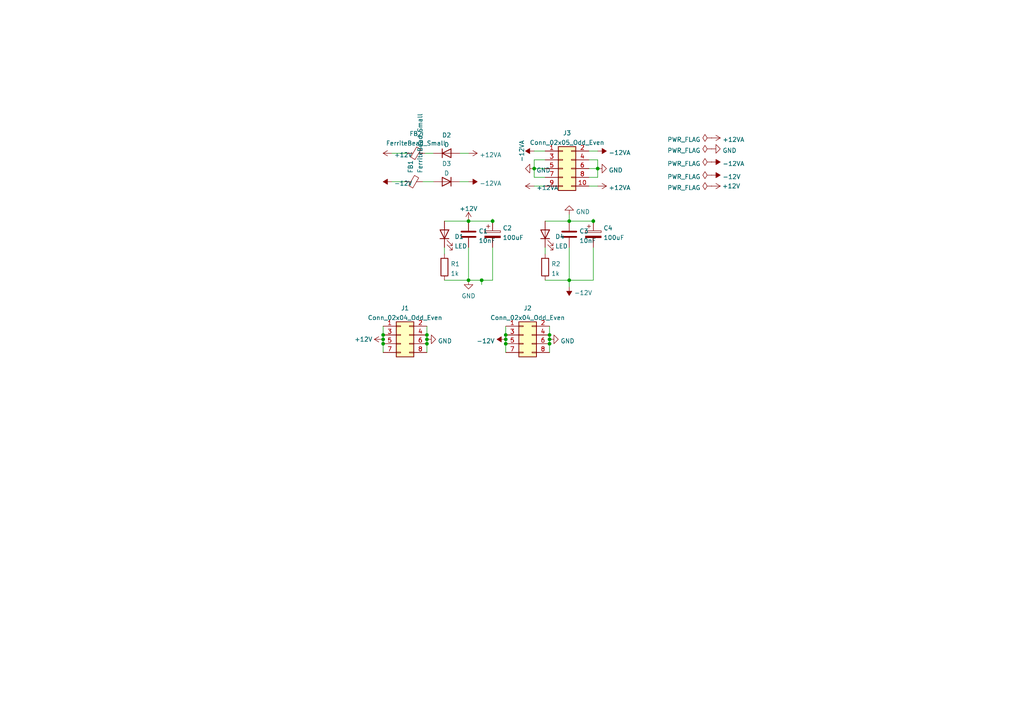
<source format=kicad_sch>
(kicad_sch (version 20211123) (generator eeschema)
  (paper "A4")
  (lib_symbols
    (symbol "Connector_Generic:Conn_02x04_Odd_Even" (pin_names (offset 1.016) hide)
      (property "Reference" "J" (at 1.27 5.08 0))
      (property "Value" "Conn_02x04_Odd_Even" (at 1.27 -7.62 0))
      (symbol "Conn_02x04_Odd_Even_1_1"
        (rectangle (start -1.27 -4.953) (end 0 -5.207) (stroke (width 0.1524)))
        (rectangle (start -1.27 -2.413) (end 0 -2.667) (stroke (width 0.1524)))
        (rectangle (start -1.27 0.127) (end 0 -0.127) (stroke (width 0.1524)))
        (rectangle (start -1.27 2.667) (end 0 2.413) (stroke (width 0.1524)))
        (rectangle (start -1.27 3.81) (end 3.81 -6.35) (stroke (width 0.254)) (fill (type background)))
        (rectangle (start 3.81 -4.953) (end 2.54 -5.207) (stroke (width 0.1524)))
        (rectangle (start 3.81 -2.413) (end 2.54 -2.667) (stroke (width 0.1524)))
        (rectangle (start 3.81 0.127) (end 2.54 -0.127) (stroke (width 0.1524)))
        (rectangle (start 3.81 2.667) (end 2.54 2.413) (stroke (width 0.1524)))
        (pin passive line (at -5.08 2.54 0) (length 3.81) (name "Pin_1") (number "1"))
        (pin passive line (at 7.62 2.54 180) (length 3.81) (name "Pin_2") (number "2"))
        (pin passive line (at -5.08 0 0) (length 3.81) (name "Pin_3") (number "3"))
        (pin passive line (at 7.62 0 180) (length 3.81) (name "Pin_4") (number "4"))
        (pin passive line (at -5.08 -2.54 0) (length 3.81) (name "Pin_5") (number "5"))
        (pin passive line (at 7.62 -2.54 180) (length 3.81) (name "Pin_6") (number "6"))
        (pin passive line (at -5.08 -5.08 0) (length 3.81) (name "Pin_7") (number "7"))
        (pin passive line (at 7.62 -5.08 180) (length 3.81) (name "Pin_8") (number "8"))
      )
    )
    (symbol "Connector_Generic:Conn_02x05_Odd_Even" (pin_names (offset 1.016) hide)
      (property "Reference" "J" (at 1.27 7.62 0))
      (property "Value" "Conn_02x05_Odd_Even" (at 1.27 -7.62 0))
      (symbol "Conn_02x05_Odd_Even_1_1"
        (rectangle (start -1.27 -4.953) (end 0 -5.207) (stroke (width 0.1524)))
        (rectangle (start -1.27 -2.413) (end 0 -2.667) (stroke (width 0.1524)))
        (rectangle (start -1.27 0.127) (end 0 -0.127) (stroke (width 0.1524)))
        (rectangle (start -1.27 2.667) (end 0 2.413) (stroke (width 0.1524)))
        (rectangle (start -1.27 5.207) (end 0 4.953) (stroke (width 0.1524)))
        (rectangle (start -1.27 6.35) (end 3.81 -6.35) (stroke (width 0.254)) (fill (type background)))
        (rectangle (start 3.81 -4.953) (end 2.54 -5.207) (stroke (width 0.1524)))
        (rectangle (start 3.81 -2.413) (end 2.54 -2.667) (stroke (width 0.1524)))
        (rectangle (start 3.81 0.127) (end 2.54 -0.127) (stroke (width 0.1524)))
        (rectangle (start 3.81 2.667) (end 2.54 2.413) (stroke (width 0.1524)))
        (rectangle (start 3.81 5.207) (end 2.54 4.953) (stroke (width 0.1524)))
        (pin passive line (at -5.08 5.08 0) (length 3.81) (name "Pin_1") (number "1"))
        (pin passive line (at 7.62 -5.08 180) (length 3.81) (name "Pin_10") (number "10"))
        (pin passive line (at 7.62 5.08 180) (length 3.81) (name "Pin_2") (number "2"))
        (pin passive line (at -5.08 2.54 0) (length 3.81) (name "Pin_3") (number "3"))
        (pin passive line (at 7.62 2.54 180) (length 3.81) (name "Pin_4") (number "4"))
        (pin passive line (at -5.08 0 0) (length 3.81) (name "Pin_5") (number "5"))
        (pin passive line (at 7.62 0 180) (length 3.81) (name "Pin_6") (number "6"))
        (pin passive line (at -5.08 -2.54 0) (length 3.81) (name "Pin_7") (number "7"))
        (pin passive line (at 7.62 -2.54 180) (length 3.81) (name "Pin_8") (number "8"))
        (pin passive line (at -5.08 -5.08 0) (length 3.81) (name "Pin_9") (number "9"))
      )
    )
    (symbol "Device:C" (pin_numbers hide) (pin_names (offset 0.254))
      (property "Reference" "C" (at 0.635 2.54 0))
      (property "Value" "C" (at 0.635 -2.54 0))
      (symbol "C_0_1"
        (polyline (pts (xy -2.032 -0.762) (xy 2.032 -0.762)) (stroke (width 0.508)))
        (polyline (pts (xy -2.032 0.762) (xy 2.032 0.762)) (stroke (width 0.508)))
      )
      (symbol "C_1_1"
        (pin passive line (at 0 3.81 270) (length 2.794) (name "~") (number "1"))
        (pin passive line (at 0 -3.81 90) (length 2.794) (name "~") (number "2"))
      )
    )
    (symbol "Device:C_Polarized" (pin_numbers hide) (pin_names (offset 0.254))
      (property "Reference" "C" (at 0.635 2.54 0))
      (property "Value" "C_Polarized" (at 0.635 -2.54 0))
      (symbol "C_Polarized_0_1"
        (rectangle (start -2.286 0.508) (end 2.286 1.016))
        (polyline (pts (xy -1.778 2.286) (xy -0.762 2.286)))
        (polyline (pts (xy -1.27 2.794) (xy -1.27 1.778)))
        (rectangle (start 2.286 -0.508) (end -2.286 -1.016) (fill (type outline)))
      )
      (symbol "C_Polarized_1_1"
        (pin passive line (at 0 3.81 270) (length 2.794) (name "~") (number "1"))
        (pin passive line (at 0 -3.81 90) (length 2.794) (name "~") (number "2"))
      )
    )
    (symbol "Device:D" (pin_numbers hide) (pin_names (offset 1.016) hide)
      (property "Reference" "D" (at 0 2.54 0))
      (property "Value" "D" (at 0 -2.54 0))
      (symbol "D_0_1"
        (polyline (pts (xy -1.27 1.27) (xy -1.27 -1.27)) (stroke (width 0.254)))
        (polyline (pts (xy 1.27 0) (xy -1.27 0)))
        (polyline (pts (xy 1.27 1.27) (xy 1.27 -1.27) (xy -1.27 0) (xy 1.27 1.27)) (stroke (width 0.254)))
      )
      (symbol "D_1_1"
        (pin passive line (at -3.81 0 0) (length 2.54) (name "K") (number "1"))
        (pin passive line (at 3.81 0 180) (length 2.54) (name "A") (number "2"))
      )
    )
    (symbol "Device:FerriteBead_Small" (pin_numbers hide) (pin_names (offset 0))
      (property "Reference" "FB" (at 1.905 1.27 0))
      (property "Value" "FerriteBead_Small" (at 1.905 -1.27 0))
      (symbol "FerriteBead_Small_0_1"
        (polyline (pts (xy 0 -1.27) (xy 0 -0.7874)))
        (polyline (pts (xy 0 0.889) (xy 0 1.2954)))
        (polyline (pts (xy -1.8288 0.2794) (xy -1.1176 1.4986) (xy 1.8288 -0.2032) (xy 1.1176 -1.4224) (xy -1.8288 0.2794)))
      )
      (symbol "FerriteBead_Small_1_1"
        (pin passive line (at 0 2.54 270) (length 1.27) (name "~") (number "1"))
        (pin passive line (at 0 -2.54 90) (length 1.27) (name "~") (number "2"))
      )
    )
    (symbol "Device:LED" (pin_numbers hide) (pin_names (offset 1.016) hide)
      (property "Reference" "D" (at 0 2.54 0))
      (property "Value" "LED" (at 0 -2.54 0))
      (symbol "LED_0_1"
        (polyline (pts (xy -1.27 -1.27) (xy -1.27 1.27)) (stroke (width 0.254)))
        (polyline (pts (xy -1.27 0) (xy 1.27 0)))
        (polyline (pts (xy 1.27 -1.27) (xy 1.27 1.27) (xy -1.27 0) (xy 1.27 -1.27)) (stroke (width 0.254)))
        (polyline (pts (xy -3.048 -0.762) (xy -4.572 -2.286) (xy -3.81 -2.286) (xy -4.572 -2.286) (xy -4.572 -1.524)))
        (polyline (pts (xy -1.778 -0.762) (xy -3.302 -2.286) (xy -2.54 -2.286) (xy -3.302 -2.286) (xy -3.302 -1.524)))
      )
      (symbol "LED_1_1"
        (pin passive line (at -3.81 0 0) (length 2.54) (name "K") (number "1"))
        (pin passive line (at 3.81 0 180) (length 2.54) (name "A") (number "2"))
      )
    )
    (symbol "Device:R" (pin_numbers hide) (pin_names (offset 0))
      (property "Reference" "R" (at 2.032 0 90))
      (property "Value" "R" (at 0 0 90))
      (symbol "R_0_1"
        (rectangle (start -1.016 -2.54) (end 1.016 2.54) (stroke (width 0.254)))
      )
      (symbol "R_1_1"
        (pin passive line (at 0 3.81 270) (length 1.27) (name "~") (number "1"))
        (pin passive line (at 0 -3.81 90) (length 1.27) (name "~") (number "2"))
      )
    )
    (symbol "power:+12V" (power) (pin_names (offset 0))
      (property "Value" "+12V" (at 0 3.556 0))
      (symbol "+12V_0_1"
        (polyline (pts (xy -0.762 1.27) (xy 0 2.54)))
        (polyline (pts (xy 0 0) (xy 0 2.54)))
        (polyline (pts (xy 0 2.54) (xy 0.762 1.27)))
      )
      (symbol "+12V_1_1"
        (pin power_in line (at 0 0 90) (length 0) hide (name "+12V") (number "1"))
      )
    )
    (symbol "power:+12VA" (power) (pin_names (offset 0))
      (property "Value" "+12VA" (at 0 3.556 0))
      (symbol "+12VA_0_1"
        (polyline (pts (xy -0.762 1.27) (xy 0 2.54)))
        (polyline (pts (xy 0 0) (xy 0 2.54)))
        (polyline (pts (xy 0 2.54) (xy 0.762 1.27)))
      )
      (symbol "+12VA_1_1"
        (pin power_in line (at 0 0 90) (length 0) hide (name "+12VA") (number "1"))
      )
    )
    (symbol "power:-12V" (power) (pin_names (offset 0))
      (property "Value" "-12V" (at 0 3.81 0))
      (symbol "-12V_0_0"
        (pin power_in line (at 0 0 90) (length 0) hide (name "-12V") (number "1"))
      )
      (symbol "-12V_0_1"
        (polyline (pts (xy 0 0) (xy 0 1.27) (xy 0.762 1.27) (xy 0 2.54) (xy -0.762 1.27) (xy 0 1.27)) (fill (type outline)))
      )
    )
    (symbol "power:-12VA" (power) (pin_names (offset 0))
      (property "Value" "-12VA" (at 0 3.556 0))
      (symbol "-12VA_0_0"
        (pin power_in line (at 0 0 90) (length 0) hide (name "-12VA") (number "1"))
      )
      (symbol "-12VA_0_1"
        (polyline (pts (xy 0 0) (xy 0 1.27) (xy 0.762 1.27) (xy 0 2.54) (xy -0.762 1.27) (xy 0 1.27)) (fill (type outline)))
      )
    )
    (symbol "power:GND" (power) (pin_names (offset 0))
      (property "Value" "GND" (at 0 -3.81 0))
      (symbol "GND_0_1"
        (polyline (pts (xy 0 0) (xy 0 -1.27) (xy 1.27 -1.27) (xy 0 -2.54) (xy -1.27 -1.27) (xy 0 -1.27)))
      )
      (symbol "GND_1_1"
        (pin power_in line (at 0 0 270) (length 0) hide (name "GND") (number "1"))
      )
    )
    (symbol "power:PWR_FLAG" (power) (pin_numbers hide) (pin_names (offset 0) hide)
      (property "Value" "PWR_FLAG" (at 0 3.81 0))
      (symbol "PWR_FLAG_0_0"
        (pin power_out line (at 0 0 90) (length 0) (name "pwr") (number "1"))
      )
      (symbol "PWR_FLAG_0_1"
        (polyline (pts (xy 0 0) (xy 0 1.27) (xy -1.016 1.905) (xy 0 2.54) (xy 1.016 1.905) (xy 0 1.27)))
      )
    )
  )
  (junction (at 173.355 48.895))
  (junction (at 111.125 98.425))
  (junction (at 146.685 98.425))
  (junction (at 139.7 81.28))
  (junction (at 111.125 97.155))
  (junction (at 159.385 99.695))
  (junction (at 165.1 81.28))
  (junction (at 159.385 97.155))
  (junction (at 123.825 99.695))
  (junction (at 159.385 98.425))
  (junction (at 172.085 64.135))
  (junction (at 165.1 64.135))
  (junction (at 146.685 97.155))
  (junction (at 154.94 48.895))
  (junction (at 146.685 99.695))
  (junction (at 111.125 99.695))
  (junction (at 123.825 98.425))
  (junction (at 123.825 97.155))
  (junction (at 142.875 64.135))
  (junction (at 135.89 81.28))
  (junction (at 135.89 64.135))
  (wire (pts (xy 111.125 94.615) (xy 111.125 97.155)))
  (wire (pts (xy 142.875 63.5) (xy 142.875 64.135)))
  (wire (pts (xy 170.815 53.975) (xy 173.355 53.975)))
  (wire (pts (xy 123.19 44.45) (xy 125.73 44.45)))
  (wire (pts (xy 158.115 81.28) (xy 165.1 81.28)))
  (wire (pts (xy 173.355 48.895) (xy 173.355 51.435)))
  (wire (pts (xy 165.1 71.755) (xy 165.1 81.28)))
  (wire (pts (xy 170.815 51.435) (xy 173.355 51.435)))
  (wire (pts (xy 111.125 97.155) (xy 111.125 98.425)))
  (wire (pts (xy 113.665 44.45) (xy 118.11 44.45)))
  (wire (pts (xy 154.94 51.435) (xy 158.115 51.435)))
  (wire (pts (xy 123.825 97.155) (xy 123.825 98.425)))
  (wire (pts (xy 123.825 94.615) (xy 123.825 97.155)))
  (wire (pts (xy 154.94 46.355) (xy 154.94 48.895)))
  (wire (pts (xy 122.555 52.705) (xy 125.73 52.705)))
  (wire (pts (xy 123.825 99.695) (xy 123.825 102.235)))
  (wire (pts (xy 170.815 48.895) (xy 173.355 48.895)))
  (wire (pts (xy 159.385 98.425) (xy 159.385 99.695)))
  (wire (pts (xy 123.825 98.425) (xy 123.825 99.695)))
  (wire (pts (xy 158.115 71.755) (xy 158.115 73.66)))
  (wire (pts (xy 146.685 94.615) (xy 146.685 97.155)))
  (wire (pts (xy 146.685 97.155) (xy 146.685 98.425)))
  (wire (pts (xy 172.085 63.5) (xy 172.085 64.135)))
  (wire (pts (xy 128.905 81.28) (xy 135.89 81.28)))
  (wire (pts (xy 165.1 81.28) (xy 172.085 81.28)))
  (wire (pts (xy 135.89 81.28) (xy 139.7 81.28)))
  (wire (pts (xy 146.685 98.425) (xy 146.685 99.695)))
  (wire (pts (xy 113.665 52.705) (xy 117.475 52.705)))
  (wire (pts (xy 142.875 81.28) (xy 139.7 81.28)))
  (wire (pts (xy 146.685 99.695) (xy 146.685 102.235)))
  (wire (pts (xy 154.94 53.975) (xy 158.115 53.975)))
  (wire (pts (xy 159.385 94.615) (xy 159.385 97.155)))
  (wire (pts (xy 159.385 99.695) (xy 159.385 102.235)))
  (wire (pts (xy 165.1 81.28) (xy 165.1 83.185)))
  (wire (pts (xy 128.905 71.755) (xy 128.905 73.66)))
  (wire (pts (xy 165.1 62.23) (xy 165.1 64.135)))
  (wire (pts (xy 154.94 48.895) (xy 158.115 48.895)))
  (wire (pts (xy 135.89 64.135) (xy 142.875 64.135)))
  (wire (pts (xy 142.875 71.755) (xy 142.875 81.28)))
  (wire (pts (xy 133.35 44.45) (xy 135.89 44.45)))
  (wire (pts (xy 165.1 64.135) (xy 172.085 64.135)))
  (wire (pts (xy 128.905 64.135) (xy 135.89 64.135)))
  (wire (pts (xy 135.89 71.755) (xy 135.89 81.28)))
  (wire (pts (xy 158.115 43.815) (xy 154.94 43.815)))
  (wire (pts (xy 170.815 46.355) (xy 173.355 46.355)))
  (wire (pts (xy 111.125 98.425) (xy 111.125 99.695)))
  (wire (pts (xy 133.35 52.705) (xy 135.89 52.705)))
  (wire (pts (xy 173.355 43.815) (xy 170.815 43.815)))
  (wire (pts (xy 154.94 48.895) (xy 154.94 51.435)))
  (wire (pts (xy 172.085 71.755) (xy 172.085 81.28)))
  (wire (pts (xy 173.355 46.355) (xy 173.355 48.895)))
  (wire (pts (xy 159.385 97.155) (xy 159.385 98.425)))
  (wire (pts (xy 158.115 46.355) (xy 154.94 46.355)))
  (wire (pts (xy 111.125 99.695) (xy 111.125 102.235)))
  (wire (pts (xy 158.115 64.135) (xy 165.1 64.135)))
  (wire (pts (xy 139.7 81.28) (xy 139.7 82.55)))
  (symbol (lib_id "power:PWR_FLAG") (at 206.375 46.99 90) (unit 1)
    (property "Reference" "#FLG03" (effects hide))
    (property "Value" "PWR_FLAG" (at 203.2001 47.469 90) (effects (justify left)))
  )
  (symbol (lib_id "Device:C") (at 135.89 67.945 0) (unit 1)
    (property "Reference" "C1" (at 138.811 67.0365 0) (effects (justify left)))
    (property "Value" "10nF" (at 138.811 69.8116 0) (effects (justify left)))
    (property "Footprint" "Capacitor_THT:C_Disc_D5.1mm_W3.2mm_P5.00mm" (effects hide))
  )
  (symbol (lib_id "Device:D") (at 129.54 44.45 0) (unit 1)
    (property "Reference" "D2" (at 129.54 39.2135 0))
    (property "Value" "D" (at 129.54 41.9886 0))
    (property "Footprint" "Diode_THT:D_DO-15_P3.81mm_Vertical_KathodeUp" (effects hide))
  )
  (symbol (lib_id "power:-12VA") (at 206.375 46.99 270) (unit 1)
    (property "Reference" "#PWR023" (effects hide))
    (property "Value" "-12VA" (at 209.55 47.469 90) (effects (justify left)))
  )
  (symbol (lib_id "Connector_Generic:Conn_02x04_Odd_Even") (at 116.205 97.155 0) (unit 1)
    (property "Reference" "J1" (at 117.475 89.3785 0))
    (property "Value" "Conn_02x04_Odd_Even" (at 117.475 92.1536 0))
    (property "Footprint" "Connector_PinHeader_2.54mm:PinHeader_2x04_P2.54mm_Vertical" (effects hide))
  )
  (symbol (lib_id "Device:LED") (at 158.115 67.945 90) (unit 1)
    (property "Reference" "D4" (at 161.036 68.624 90) (effects (justify right)))
    (property "Value" "LED" (at 161.036 71.3991 90) (effects (justify right)))
    (property "Footprint" "LED_THT:LED_D3.0mm" (effects hide))
  )
  (symbol (lib_id "power:-12V") (at 165.1 83.185 180) (unit 1)
    (property "Reference" "#PWR015" (effects hide))
    (property "Value" "-12V" (at 166.497 84.934 0) (effects (justify right)))
  )
  (symbol (lib_id "power:-12V") (at 206.375 50.8 270) (unit 1)
    (property "Reference" "#PWR024" (effects hide))
    (property "Value" "-12V" (at 209.55 51.279 90) (effects (justify left)))
  )
  (symbol (lib_id "power:GND") (at 123.825 98.425 90) (unit 1)
    (property "Reference" "#PWR04" (effects hide))
    (property "Value" "GND" (at 127 98.904 90) (effects (justify right)))
  )
  (symbol (lib_id "Device:LED") (at 128.905 67.945 90) (unit 1)
    (property "Reference" "D1" (at 131.826 68.624 90) (effects (justify right)))
    (property "Value" "LED" (at 131.826 71.3991 90) (effects (justify right)))
    (property "Footprint" "LED_THT:LED_D3.0mm" (effects hide))
  )
  (symbol (lib_id "power:+12VA") (at 173.355 53.975 270) (unit 1)
    (property "Reference" "#PWR018" (effects hide))
    (property "Value" "+12VA" (at 176.53 54.454 90) (effects (justify left)))
  )
  (symbol (lib_id "power:-12VA") (at 135.89 52.705 270) (unit 1)
    (property "Reference" "#PWR06" (effects hide))
    (property "Value" "-12VA" (at 139.065 53.184 90) (effects (justify left)))
  )
  (symbol (lib_id "Connector_Generic:Conn_02x04_Odd_Even") (at 151.765 97.155 0) (unit 1)
    (property "Reference" "J2" (at 153.035 89.3785 0))
    (property "Value" "Conn_02x04_Odd_Even" (at 153.035 92.1536 0))
    (property "Footprint" "Connector_PinHeader_2.54mm:PinHeader_2x04_P2.54mm_Vertical" (effects hide))
  )
  (symbol (lib_id "Device:R") (at 158.115 77.47 0) (unit 1)
    (property "Reference" "R2" (at 159.893 76.5615 0) (effects (justify left)))
    (property "Value" "1k" (at 159.893 79.3366 0) (effects (justify left)))
    (property "Footprint" "Resistor_SMD:R_1206_3216Metric_Pad1.30x1.75mm_HandSolder" (effects hide))
  )
  (symbol (lib_id "Connector_Generic:Conn_02x05_Odd_Even") (at 163.195 48.895 0) (unit 1)
    (property "Reference" "J3" (at 164.465 38.5785 0))
    (property "Value" "Conn_02x05_Odd_Even" (at 164.465 41.3536 0))
    (property "Footprint" "Connector_IDC:IDC-Header_2x05_P2.54mm_Vertical" (effects hide))
  )
  (symbol (lib_id "power:-12V") (at 113.665 52.705 90) (unit 1)
    (property "Reference" "#PWR03" (effects hide))
    (property "Value" "-12V" (at 114.3 53.184 90) (effects (justify right)))
  )
  (symbol (lib_id "power:PWR_FLAG") (at 206.375 50.8 90) (unit 1)
    (property "Reference" "#FLG04" (effects hide))
    (property "Value" "PWR_FLAG" (at 203.2001 51.279 90) (effects (justify left)))
  )
  (symbol (lib_id "power:PWR_FLAG") (at 206.375 53.975 90) (unit 1)
    (property "Reference" "#FLG05" (effects hide))
    (property "Value" "PWR_FLAG" (at 203.2001 54.454 90) (effects (justify left)))
  )
  (symbol (lib_id "power:GND") (at 135.89 81.28 0) (unit 1)
    (property "Reference" "#PWR08" (effects hide))
    (property "Value" "GND" (at 135.89 85.8425 0))
  )
  (symbol (lib_id "power:+12V") (at 113.665 44.45 90) (unit 1)
    (property "Reference" "#PWR02" (effects hide))
    (property "Value" "+12V" (at 114.3 44.929 90) (effects (justify right)))
  )
  (symbol (lib_id "power:+12V") (at 206.375 53.975 270) (unit 1)
    (property "Reference" "#PWR025" (effects hide))
    (property "Value" "+12V" (at 212.09 53.975 90))
  )
  (symbol (lib_id "power:PWR_FLAG") (at 206.375 40.005 90) (unit 1)
    (property "Reference" "#FLG01" (effects hide))
    (property "Value" "PWR_FLAG" (at 203.2001 40.484 90) (effects (justify left)))
  )
  (symbol (lib_id "Device:C_Polarized") (at 142.875 67.945 0) (unit 1)
    (property "Reference" "C2" (at 145.796 66.1475 0) (effects (justify left)))
    (property "Value" "100uF" (at 145.796 68.9226 0) (effects (justify left)))
    (property "Footprint" "Capacitor_THT:CP_Radial_D5.0mm_P2.50mm" (effects hide))
  )
  (symbol (lib_id "Device:FerriteBead_Small") (at 120.015 52.705 90) (unit 1)
    (property "Reference" "FB1" (at 119.0684 50.2412 0) (effects (justify left)))
    (property "Value" "FerriteBead_Small" (at 121.8435 50.2412 0) (effects (justify left)))
    (property "Footprint" "Inductor_THT:L_Axial_L9.5mm_D4.0mm_P5.08mm_Vertical_Fastron_SMCC" (effects hide))
  )
  (symbol (lib_id "Device:R") (at 128.905 77.47 0) (unit 1)
    (property "Reference" "R1" (at 130.683 76.5615 0) (effects (justify left)))
    (property "Value" "1k" (at 130.683 79.3366 0) (effects (justify left)))
    (property "Footprint" "Resistor_SMD:R_1206_3216Metric_Pad1.30x1.75mm_HandSolder" (effects hide))
  )
  (symbol (lib_id "power:+12VA") (at 206.375 40.005 270) (unit 1)
    (property "Reference" "#PWR021" (effects hide))
    (property "Value" "+12VA" (at 209.55 40.484 90) (effects (justify left)))
  )
  (symbol (lib_id "Device:FerriteBead_Small") (at 120.65 44.45 90) (unit 1)
    (property "Reference" "FB2" (at 120.6119 38.7817 90))
    (property "Value" "FerriteBead_Small" (at 120.6119 41.5568 90))
    (property "Footprint" "Inductor_THT:L_Axial_L9.5mm_D4.0mm_P5.08mm_Vertical_Fastron_SMCC" (effects hide))
  )
  (symbol (lib_id "power:GND") (at 165.1 62.23 180) (unit 1)
    (property "Reference" "#PWR014" (effects hide))
    (property "Value" "GND" (at 167.005 61.439 0) (effects (justify right)))
  )
  (symbol (lib_id "power:+12VA") (at 154.94 53.975 90) (unit 1)
    (property "Reference" "#PWR012" (effects hide))
    (property "Value" "+12VA" (at 155.575 54.454 90) (effects (justify right)))
  )
  (symbol (lib_id "power:-12V") (at 146.685 98.425 90) (unit 1)
    (property "Reference" "#PWR09" (effects hide))
    (property "Value" "-12V" (at 143.51 98.904 90) (effects (justify left)))
  )
  (symbol (lib_id "power:-12VA") (at 173.355 43.815 270) (unit 1)
    (property "Reference" "#PWR016" (effects hide))
    (property "Value" "-12VA" (at 176.53 44.294 90) (effects (justify left)))
  )
  (symbol (lib_id "power:GND") (at 159.385 98.425 90) (unit 1)
    (property "Reference" "#PWR013" (effects hide))
    (property "Value" "GND" (at 162.56 98.904 90) (effects (justify right)))
  )
  (symbol (lib_id "power:+12VA") (at 135.89 44.45 270) (unit 1)
    (property "Reference" "#PWR05" (effects hide))
    (property "Value" "+12VA" (at 139.065 44.929 90) (effects (justify left)))
  )
  (symbol (lib_id "power:+12V") (at 111.125 98.425 90) (unit 1)
    (property "Reference" "#PWR01" (effects hide))
    (property "Value" "+12V" (at 105.41 98.425 90))
  )
  (symbol (lib_id "power:+12V") (at 135.89 64.135 0) (unit 1)
    (property "Reference" "#PWR07" (effects hide))
    (property "Value" "+12V" (at 135.89 60.5305 0))
  )
  (symbol (lib_id "power:GND") (at 206.375 43.18 90) (unit 1)
    (property "Reference" "#PWR022" (effects hide))
    (property "Value" "GND" (at 209.55 43.659 90) (effects (justify right)))
  )
  (symbol (lib_id "power:PWR_FLAG") (at 206.375 43.18 90) (unit 1)
    (property "Reference" "#FLG02" (effects hide))
    (property "Value" "PWR_FLAG" (at 203.2001 43.659 90) (effects (justify left)))
  )
  (symbol (lib_id "Device:C") (at 165.1 67.945 0) (unit 1)
    (property "Reference" "C3" (at 168.021 67.0365 0) (effects (justify left)))
    (property "Value" "10nF" (at 168.021 69.8116 0) (effects (justify left)))
    (property "Footprint" "Capacitor_THT:C_Disc_D5.1mm_W3.2mm_P5.00mm" (effects hide))
  )
  (symbol (lib_id "Device:D") (at 129.54 52.705 180) (unit 1)
    (property "Reference" "D3" (at 129.54 47.4685 0))
    (property "Value" "D" (at 129.54 50.2436 0))
    (property "Footprint" "Diode_THT:D_DO-15_P3.81mm_Vertical_KathodeUp" (effects hide))
  )
  (symbol (lib_id "power:-12VA") (at 154.94 43.815 90) (unit 1)
    (property "Reference" "#PWR010" (effects hide))
    (property "Value" "-12VA" (at 151.3355 43.815 0))
  )
  (symbol (lib_id "power:GND") (at 173.355 48.895 90) (unit 1)
    (property "Reference" "#PWR017" (effects hide))
    (property "Value" "GND" (at 176.53 49.374 90) (effects (justify right)))
  )
  (symbol (lib_id "power:GND") (at 154.94 48.895 270) (unit 1)
    (property "Reference" "#PWR011" (effects hide))
    (property "Value" "GND" (at 155.575 49.374 90) (effects (justify left)))
  )
  (symbol (lib_id "Device:C_Polarized") (at 172.085 67.945 0) (unit 1)
    (property "Reference" "C4" (at 175.006 66.1475 0) (effects (justify left)))
    (property "Value" "100uF" (at 175.006 68.9226 0) (effects (justify left)))
    (property "Footprint" "Capacitor_THT:CP_Radial_D5.0mm_P2.50mm" (effects hide))
  )
)
</source>
